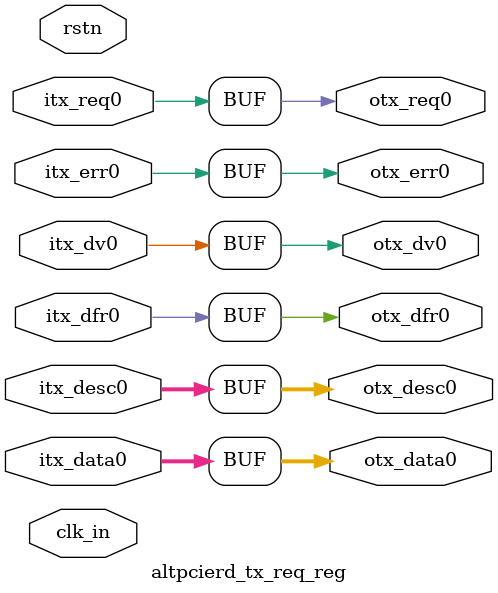
<source format=v>
`timescale 1ns / 1ps

// synthesis verilog_input_version verilog_2001
// turn off superfluous verilog processor warnings
// altera message_level Level1
// altera message_off 10034 10035 10036 10037 10230 10240 10030

//-----------------------------------------------------------------------------
// Title         : PCI Express Reference Design Example Application
// Project       : PCI Express MegaCore function
//-----------------------------------------------------------------------------
// File          : altpcierd_example_app_chaining.v
// Author        : Altera Corporation
//-----------------------------------------------------------------------------
// Copyright (c) 2008 Altera Corporation. All rights reserved.  Altera products are
// protected under numerous U.S. and foreign patents, maskwork rights, copyrights and
// other intellectual property laws.
//
// This reference design file, and your use thereof, is subject to and governed by
// the terms and conditions of the applicable Altera Reference Design License Agreement.
// By using this reference design file, you indicate your acceptance of such terms and
// conditions between you and Altera Corporation.  In the event that you do not agree with
// such terms and conditions, you may not use the reference design file. Please promptly
// destroy any copies you have made.
//
// This reference design file being provided on an "as-is" basis and as an accommodation
// and therefore all warranties, representations or guarantees of any kind
// (whether express, implied or statutory) including, without limitation, warranties of
// merchantability, non-infringement, or fitness for a particular purpose, are
// specifically disclaimed.  By making this reference design file available, Altera
// expressly does not recommend, suggest or require that this reference design file be
// used in combination with any other product not provided by Altera.
//-----------------------------------------------------------------------------
// Parameters
//
// AVALON_WDATA    : Width of the data port of the on chip Avalon memory
// AVALON_WADDR    : Width of the address port of the on chip Avalon memory
// MAX_NUMTAG      : Indicates the maximum number of PCIe tags
// BOARD_DEMO      : Indicates to the software application which board is being
//                   used
//                    0 - Altera Stratix II GX  x1
//                    1 - Altera Stratix II GX  x4
//                    2 - Altera Stratix II GX  x8
//                    3 - Cyclone II            x1
//                    4 - Arria GX              x1
//                    5 - Arria GX              x4
//                    6 - Custom PHY            x1
//                    7 - Custom PHY            x4
// USE_RCSLAVE     : When USE_RCSLAVE is set an additional module (~1000 LE)
//                   is added to the design to provide instrumentation to the
//                   PCI Express Chained DMA design such as Performance
//                   counter, debug register and EP memory Write a Read by
//                   bypassing the DMA engine.
// TXCRED_WIDTH    : Width of the PCIe tx_cred back bus
// TL_SELECTION    : Interface type
//                    0 : Descriptor data interface (in use with ICM)
//                    6 : Avalon-ST interface
// MAX_PAYLOAD_SIZE_BYTE : Indicates the Maxpayload parameter specified in the
//                         PCIe MegaWizzard
//
module altpcierd_example_app_chaining #(
   parameter AVALON_WADDR          = 12,
   parameter AVALON_WDATA          = 128,
   parameter MAX_NUMTAG            = 64,
   parameter MAX_PAYLOAD_SIZE_BYTE = 512,
   parameter BOARD_DEMO            = 1,
   parameter TL_SELECTION          = 0,
   parameter CLK_250_APP           = 0,// When 1 indicate application clock rate is 250MHz instead of 125 MHz
   parameter ECRC_FORWARD_CHECK    = 0,
   parameter ECRC_FORWARD_GENER    = 0,
   parameter CHECK_RX_BUFFER_CPL   = 0,
   parameter CHECK_BUS_MASTER_ENA  = 0,
   parameter AVALON_ST_128         = (TL_SELECTION == 7) ? 1 : 0 ,
   parameter INTENDED_DEVICE_FAMILY = "Cyclone IV GX",
   parameter RC_64BITS_ADDR        = 0,  // When 1 RC Capable of 64 bit address --> 4DW header rx_desc/tx_desc address instead of 3DW
   parameter USE_CREDIT_CTRL       = 0,
   parameter USE_MSI               = 1,  // When 1, tx_arbitration uses tx_cred
   parameter USE_DMAWRITE          = 1,
   parameter USE_DMAREAD           = 1,
   parameter USE_RCSLAVE           = 0, // Deprecated
   parameter TXCRED_WIDTH          = 22,
					parameter PORT_NUM = 0
   )(

   // Avalon streaming interface Transmit Data
   // Desc/Data Interface + Avalon ST Interface
   input        tx_stream_ready0,  //reg
   output[74:0] tx_stream_data0_0,
   output[74:0] tx_stream_data0_1,
   output       tx_stream_valid0,
   input        tx_stream_fifo_empty0,

   // Avalon streaming interface Receive Data
   // Desc/Data Interface + Avalon ST Interface
   input[81:0]  rx_stream_data0_0, //reg
   input[81:0]  rx_stream_data0_1, //reg
   input        rx_stream_valid0,  //reg
   output       rx_stream_ready0,
   output       rx_stream_mask0,

   // MSI Interrupt
   // Desc/Data Interface only
   input        msi_stream_ready0,
   output[7:0]  msi_stream_data0,
   output       msi_stream_valid0,

   // MSI Interrupt
   // Avalon ST Interface only
   output[4:0]   aer_msi_num,
   output[4:0]   pex_msi_num,
   output        app_msi_req,
   input         app_msi_ack, //reg
   output[2:0]   app_msi_tc,
   output[4:0]   app_msi_num,

   // Legacy Interrupt
   output        app_int_sts,
   input         app_int_ack,

   // Side band static signals
   // Desc/Data Interface only
   input         tx_stream_mask0,

   // Side band static signals
   // Desc/Data Interface + Avalon ST Interface
   input [TXCRED_WIDTH-1:0] tx_stream_cred0,

   // Configuration info signals
   // Desc/Data Interface + Avalon ST Interface
   input[12:0] cfg_busdev,  // Bus device number captured by the core
   input[31:0] cfg_devcsr,  // Configuration dev control status register of
                            // PCIe capability structure (address 0x88)
   input[31:0] cfg_prmcsr,  // Control and status of the PCI configuration space (address 0x4)
   input[23:0] cfg_tcvcmap,
   input[31:0] cfg_linkcsr,
   input[15:0] cfg_msicsr,
   output      cpl_pending,
   output[6:0] cpl_err,
   output[127:0] err_desc,

   input[19:0] ko_cpl_spc_vc0,

   // Unused signals
   output[9:0] pm_data,
   input test_sim,

   input clk_in  ,
   input rstn

   );


   // Receive section channel 0
   wire        open_rx_retry0;
   wire        open_rx_mask0 ;
   wire[7:0]   open_rx_be0   ;

   wire        rx_ack0  ;
   wire        rx_ws0   ;
   wire        rx_req0  ;
   wire[135:0] rx_desc0 ;
   wire[127:0] rx_data0 ;
   wire[15:0]  rx_be0   ;
   wire        rx_dv0   ;
   wire        rx_dfr0  ;
   wire [15:0] rx_ecrc_bad_cnt;

   //transmit section channel 0
   wire        tx_req0 ;
   wire        tx_mask0;
   wire        tx_ack0 ;
   wire[127:0] tx_desc0;
   wire        tx_ws0  ;
   wire        tx_err0 ;
   wire        tx_dv0  ;
   wire        tx_dfr0 ;
   wire[127:0] tx_data0;

   wire        app_msi_req_int;
   wire[2:0]   app_msi_tc_int ;
   wire[4:0]   app_msi_num_int;
   wire        app_msi_ack_int;
   reg         app_msi_ack_reg;

   reg tx_stream_ready0_reg;

   reg[81:0]  rx_stream_data0_0_reg;
   reg[81:0]  rx_stream_data0_1_reg;
   reg        rx_stream_valid0_reg ;

   reg[81:0]  rx_stream_data0_0_reg2;
   reg[81:0]  rx_stream_data0_1_reg2;
   reg        rx_stream_valid0_reg2 ;


   reg        app_msi_req_synced;
   reg[3:0]   tx_fifo_empty_timer;
   wire       tx_local_fifo_empty;
   reg        app_msi_req_synced_n;
   reg[3:0]   tx_fifo_empty_timer_n;
   reg[3:0]   msi_req_state;
   reg[3:0]   msi_req_state_n;


   always @(posedge clk_in) begin
      tx_stream_ready0_reg  <= tx_stream_ready0 ;
      rx_stream_data0_0_reg2 <= rx_stream_data0_0;
      rx_stream_data0_1_reg2 <= rx_stream_data0_1;
      rx_stream_valid0_reg2  <= rx_stream_valid0 ;
   end

   always @(posedge clk_in) begin
      rx_stream_data0_0_reg <= rx_stream_data0_0_reg2;
      rx_stream_data0_1_reg <= rx_stream_data0_1_reg2;
      rx_stream_valid0_reg  <= rx_stream_valid0_reg2 ;
   end

   //------------------------------------------------------------
   //    MSI Streaming Interface
   //       - generates streaming interface signals
   //------------------------------------------------------------
   wire        app_msi_ack_dd;

   reg srst;

   always @(posedge clk_in or negedge rstn) begin
      if (rstn==0)
         srst <= 1'b1;
      else
         srst <=1'b0;
   end

   //------------------------------------------------------------
   //    RX buffer cpld credit tracking
   //------------------------------------------------------------
   wire cpld_rx_buffer_ready;
   wire [15:0] rx_buffer_cpl_max_dw;

   altpcierd_cpld_rx_buffer #(
               .CHECK_RX_BUFFER_CPL(CHECK_RX_BUFFER_CPL),
               .MAX_NUMTAG(MAX_NUMTAG)
               )
            altpcierd_cpld_rx_buffer_i (
            .clk_in     (clk_in),
            .srst       (srst),

            .rx_req0    (rx_req0),
            .rx_ack0    (rx_ack0),
            .rx_desc0   (rx_desc0),

            .tx_req0    (tx_req0),
            .tx_ack0    (tx_ack0),
            .tx_desc0   (tx_desc0),

            .ko_cpl_spc_vc0      (ko_cpl_spc_vc0),
            .rx_buffer_cpl_max_dw(rx_buffer_cpl_max_dw),
            .cpld_rx_buffer_ready(cpld_rx_buffer_ready)
   );

   altpcierd_cdma_ast_msi altpcierd_cdma_ast_msi_i (
            .clk_in(clk_in),
            .rstn(rstn),  //TODO Use srst
            .app_msi_req(app_msi_req_int),
            .app_msi_ack(app_msi_ack_dd),
            .app_msi_tc(app_msi_tc_int),
            .app_msi_num(app_msi_num_int),
            .stream_ready(msi_stream_ready0),
            .stream_data(msi_stream_data0),
            .stream_valid(msi_stream_valid0));

   generate begin : HIPCAP_64
      if ((AVALON_ST_128==0) & (TL_SELECTION == 6)) begin

   //------------------------------------------------------------
   //    TX Streaming Interface
   //       - generates streaming interface signals
   //       - arbitrates between master and slave requests
   //------------------------------------------------------------

      wire [132:0] txdata;
      assign tx_stream_data0_0[74]   = txdata[132];//err
      assign tx_stream_data0_0[73]   = txdata[131];//sop
      assign tx_stream_data0_0[72]   = txdata[128];//eop
      assign tx_stream_data0_0[71:64] = 0;

      assign tx_stream_data0_1[74]    = txdata[132];
      assign tx_stream_data0_1[73]    = txdata[131];
      assign tx_stream_data0_1[72]    = txdata[128];
      assign tx_stream_data0_1[71:64] = 0;

      assign tx_stream_data0_0[63:0] = {txdata[95:64], txdata[127:96]};
      assign tx_stream_data0_1[63:0] = {txdata[95:64], txdata[127:96]};


      wire         otx_req0 ;
      wire [127:0] otx_desc0;
      wire         otx_err0 ;
      wire         otx_dv0  ;
      wire         otx_dfr0 ;
      wire [127:0] otx_data0;

      altpcierd_tx_req_reg  #(
         .TX_PIPE_REQ(0)
            ) altpcierd_tx_req128_reg  (
               .clk_in   (clk_in   ),
               .rstn     (rstn     ),
               .itx_req0 (tx_req0  ),
               .itx_desc0(tx_desc0 ),
               .itx_err0 (tx_err0  ),
               .itx_dv0  (tx_dv0   ),
               .itx_dfr0 (tx_dfr0  ),
               .itx_data0(tx_data0 ),
               .otx_req0 (otx_req0 ),
               .otx_desc0(otx_desc0),
               .otx_err0 (otx_err0 ),
               .otx_dv0  (otx_dv0  ),
               .otx_dfr0 (otx_dfr0 ),
               .otx_data0(otx_data0)
         );

      altpcierd_cdma_ast_tx_64
       #(    .TX_PIPE_REQ(0),
             .INTENDED_DEVICE_FAMILY (INTENDED_DEVICE_FAMILY),
             .ECRC_FORWARD_GENER(ECRC_FORWARD_GENER)
             )
            altpcierd_cdma_ast_tx_i_64 (
               .clk_in(clk_in),
               .srst(srst),
               // Avalon-ST
               .txdata(txdata),
               .tx_stream_ready0(tx_stream_ready0_reg),
               .tx_stream_valid0(tx_stream_valid0),
               // Application iterface
               .tx_req0    (otx_req0),
               .tx_ack0    (tx_ack0),
               .tx_desc0   (otx_desc0),
               .tx_data0   (otx_data0),
               .tx_dfr0    (otx_dfr0),
               .tx_dv0     (otx_dv0),
               .tx_err0    (otx_err0),
               .tx_ws0     (tx_ws0),
               .tx_fifo_empty (tx_local_fifo_empty));

   //------------------------------------------------------------
   //    RX Streaming Interface
   //       - generates streaming interface signals
   //       - routes data to master/slave
   //------------------------------------------------------------
      wire [139:0] rxdata;
      wire [15:0]  rxdata_be;   // rx byte enables
      assign rxdata_be = {rx_stream_data0_0_reg[77:74], rx_stream_data0_0_reg[81:78],
                          rx_stream_data0_1_reg[77:74], rx_stream_data0_1_reg[81:78]};

      assign rxdata = {
         rx_stream_data0_0_reg[73],    //rx_sop0 [139]
         rx_stream_data0_0_reg[72],    //rx_eop0 [138]
         rx_stream_data0_1_reg[73],    //rx_eop1 [137]
         rx_stream_data0_1_reg[72],    //rx_eop1 [136]
         rx_stream_data0_0_reg[71:64], //bar     [135:128]          |  Aligned | Un-aligned 3 DW | UN-aligned 4 DW
         rx_stream_data0_0_reg[31:0],   // rx_desc[127:96]  aka H0  |   D0     |  -  -> D1       |     -> D3
         rx_stream_data0_0_reg[63:32],  // rx_desc[95:64 ]  aka H1  |   D1     |  -  -> D2       |  D0 -> D4
         rx_stream_data0_1_reg[31:0],   // rx_desc[63:32 ]  aka H2  |   D2     |  -  -> D3       |  D1 -> D5
         rx_stream_data0_1_reg[63:32]}; // rx_desc[31:0  ]  aka H4  |   D3     |  D0 -> D4       |  D2 -> D6
      altpcierd_cdma_ast_rx_64
       #( .INTENDED_DEVICE_FAMILY (INTENDED_DEVICE_FAMILY),
          .ECRC_FORWARD_CHECK(ECRC_FORWARD_CHECK))
         altpcierd_cdma_ast_rx_i_64 (
               .clk_in(clk_in),
               .srst(srst),

               .rx_stream_ready0(rx_stream_ready0),
               .rx_stream_valid0(rx_stream_valid0_reg),
               .rxdata     (rxdata),
               .rxdata_be  (rxdata_be),

               .rx_req0    (rx_req0),
               .rx_ack0    (rx_ack0),
               .rx_data0   (rx_data0),
               .rx_be0     (rx_be0),
               .rx_desc0   (rx_desc0),
               .rx_dfr0    (rx_dfr0),
               .rx_dv0     (rx_dv0),
               .rx_ws0     (rx_ws0),
               .ecrc_bad_cnt(rx_ecrc_bad_cnt));
     end
   end
   endgenerate

   generate  begin : ICM
      if (TL_SELECTION == 0) begin

   //------------------------------------------------------------
   //    TX Streaming Interface
   //       - generates streaming interface signals
   //       - arbitrates between master and slave requests
   //------------------------------------------------------------
   // rx_req is generated one clk cycle ahead of
   // other control signals.
   // re-align here.
      altpcierd_cdma_ast_tx #(.TL_SELECTION(TL_SELECTION))
            altpcierd_cdma_ast_tx_i (
               .clk_in(clk_in),  //TODO Use srst
               .rstn(rstn),
               .tx_stream_data0(tx_stream_data0_0),
               .tx_stream_ready0(tx_stream_ready0),
               .tx_stream_valid0(tx_stream_valid0),

               .tx_req0    (tx_req0),
               .tx_ack0    (tx_ack0),
               .tx_desc0   (tx_desc0),
               .tx_data0   (tx_data0[63:0]),
               .tx_dfr0    (tx_dfr0),
               .tx_dv0     (tx_dv0),
               .tx_err0    (tx_err0),
               .tx_ws0     (tx_ws0));

   //------------------------------------------------------------
   //    RX Streaming Interface
   //       - generates streaming interface signals
   //       - routes data to master/slave
   //------------------------------------------------------------
      altpcierd_cdma_ast_rx  #(.TL_SELECTION(TL_SELECTION))
         altpcierd_cdma_ast_rx_i (
               .clk_in(clk_in),
               .rstn(rstn),  //TODO Use srst

               .rx_stream_ready0(rx_stream_ready0),
               .rx_stream_valid0(rx_stream_valid0),
               .rx_stream_data0(rx_stream_data0_0),

               .rx_req0    (rx_req0),
               .rx_ack0    (rx_ack0),
               .rx_data0   (rx_data0[63:0]),
               .rx_desc0   (rx_desc0),
               .rx_dfr0    (rx_dfr0),
               .rx_dv0     (rx_dv0),
               .rx_ws0     (rx_ws0),
               .rx_be0     (rx_be0),
               .ecrc_bad_cnt(rx_ecrc_bad_cnt));

      assign rx_data0[127:64] = 0;

      end
   end
   endgenerate

  generate begin : HIPCAB_128
      if (AVALON_ST_128==1) begin
   //------------------------------------------------------------
   //    TX Streaming Interface
   //       - generates streaming interface signals
   //       - arbitrates between master and slave requests
   //------------------------------------------------------------
   // rx_req is generated one clk cycle ahead of
   // other control signals.
   // re-align here.
      wire [132:0] txdata;

      wire         otx_req0 ;
      wire [127:0] otx_desc0;
      wire         otx_err0 ;
      wire         otx_dv0  ;
      wire         otx_dfr0 ;
      wire [127:0] otx_data0;

      assign tx_stream_data0_0[74]   = txdata[132];//err
      assign tx_stream_data0_0[73]   = txdata[131];//sop
      assign tx_stream_data0_0[72]   = txdata[130];//eop
      assign tx_stream_data0_0[71:64] = 0;

      assign tx_stream_data0_1[74]    = txdata[132];//err
      assign tx_stream_data0_1[73]    = txdata[129];//sop
      assign tx_stream_data0_1[72]    = txdata[128];//eop
      assign tx_stream_data0_1[71:64] = 0;

      assign tx_stream_data0_0[63:0] = {txdata[95:64], txdata[127:96]};
      assign tx_stream_data0_1[63:0] = {txdata[31:0] , txdata[63:32]};

      altpcierd_tx_req_reg  #(
         .TX_PIPE_REQ(CLK_250_APP)
            ) altpcierd_tx_req128_reg  (
               .clk_in   (clk_in   ),
               .rstn     (rstn     ),
               .itx_req0 (tx_req0  ),
               .itx_desc0(tx_desc0 ),
               .itx_err0 (tx_err0  ),
               .itx_dv0  (tx_dv0   ),
               .itx_dfr0 (tx_dfr0  ),
               .itx_data0(tx_data0 ),
               .otx_req0 (otx_req0 ),
               .otx_desc0(otx_desc0),
               .otx_err0 (otx_err0 ),
               .otx_dv0  (otx_dv0  ),
               .otx_dfr0 (otx_dfr0 ),
               .otx_data0(otx_data0)
         );

      altpcierd_cdma_ast_tx_128
       #(   .TX_PIPE_REQ(CLK_250_APP),
             .ECRC_FORWARD_GENER(ECRC_FORWARD_GENER))
            altpcierd_cdma_ast_tx_i_128 (
               .clk_in(clk_in),
               .rstn(rstn),
               // Avalon-ST
               .txdata(txdata),
               .tx_stream_ready0(tx_stream_ready0_reg),
               .tx_stream_valid0(tx_stream_valid0),
               // Application iterface
               .tx_req0    (otx_req0),
               .tx_ack0    (tx_ack0),
               .tx_desc0   (otx_desc0),
               .tx_data0   (otx_data0),
               .tx_dfr0    (otx_dfr0),
               .tx_dv0     (otx_dv0),
               .tx_err0    (otx_err0),
               .tx_ws0     (tx_ws0),
               .tx_fifo_empty (tx_local_fifo_empty));

   //------------------------------------------------------------
   //    RX Streaming Interface
   //       - generates streaming interface signals
   //       - routes data to master/slave
   //------------------------------------------------------------
      wire [139:0] rxdata;
      wire [15:0]  rxdata_be;   // rx byte enables
      assign rxdata_be = {rx_stream_data0_0_reg[77:74], rx_stream_data0_0_reg[81:78],
                          rx_stream_data0_1_reg[77:74], rx_stream_data0_1_reg[81:78]};  // swapped to keep consistent with DW swapping on data field
      assign rxdata = {
         rx_stream_data0_0_reg[73],    //rx_sop0 [139]
         rx_stream_data0_0_reg[72],    //rx_eop0 [138]
         rx_stream_data0_1_reg[73],    //rx_eop1 [137]
         rx_stream_data0_1_reg[72],    //rx_eop1 [136]
         rx_stream_data0_0_reg[71:64], //bar     [135:128]          |  Aligned | Un-aligned 3 DW | UN-aligned 4 DW
         rx_stream_data0_0_reg[31:0],   // rx_desc[127:96]  aka H0  |   D0     |  -  -> D1       |     -> D3
         rx_stream_data0_0_reg[63:32],  // rx_desc[95:64 ]  aka H1  |   D1     |  -  -> D2       |  D0 -> D4
         rx_stream_data0_1_reg[31:0],   // rx_desc[63:32 ]  aka H2  |   D2     |  -  -> D3       |  D1 -> D5
         rx_stream_data0_1_reg[63:32]}; // rx_desc[31:0  ]  aka H4  |   D3     |  D0 -> D4       |  D2 -> D6
      altpcierd_cdma_ast_rx_128
       #(.ECRC_FORWARD_CHECK(ECRC_FORWARD_CHECK))
         altpcierd_cdma_ast_rx_i_128 (
               .clk_in(clk_in),
               .rstn(rstn),

               .rx_stream_ready0(rx_stream_ready0),
               .rx_stream_valid0(rx_stream_valid0_reg),
               .rxdata(rxdata),
               .rxdata_be(rxdata_be),

               .rx_req0    (rx_req0),
               .rx_ack0    (rx_ack0),
               .rx_data0   (rx_data0),
               .rx_be0     (rx_be0),
               .rx_desc0   (rx_desc0),
               .rx_dfr0    (rx_dfr0),
               .rx_dv0     (rx_dv0),
               .rx_ws0     (rx_ws0),
               .ecrc_bad_cnt(rx_ecrc_bad_cnt));
      end
   end
   endgenerate
   //------------------------------------------------------------
   //    Chaining DMA application interface
   //------------------------------------------------------------
   // This parameter is specific to the implementation of the
   // Avalon streaming interface in the Chaining DMA design example.
   // It specifies the cdma_ast_rx's response time to an rx_ws assertion.
   // i.e. rx_data responds "CDMA_AST_RXWS_LATENCY" clock cycles after rx_ws asserts.

   localparam CDMA_AST_RXWS_LATENCY = (TL_SELECTION==0) ?  4 :  2;


   assign aer_msi_num = 0;
   assign pm_data     = 0;
   assign pex_msi_num = 0;

   assign app_msi_ack_int  = (USE_MSI==0)?0:(TL_SELECTION==0)?app_msi_ack_dd:app_msi_ack_reg;
   assign app_msi_req      = (USE_MSI==0)?0:(TL_SELECTION==0)?0:app_msi_req_synced;
   assign app_msi_tc       = (USE_MSI==0)?0:(TL_SELECTION==0)?0:app_msi_tc_int;
   assign app_msi_num      = (USE_MSI==0)?0:(TL_SELECTION==0)?0:app_msi_num_int;

   assign tx_mask0         = (TL_SELECTION==0)?tx_stream_mask0:1'b0;


   // states for msi_req_state
   parameter MSI_MON_IDLE         = 4'h0;
   parameter MSI_WAIT_LOCAL_EMPTY = 4'h1;
   parameter MSI_WAIT_LATENCY     = 4'h2;
   parameter MSI_WAIT_CORE_EMPTY  = 4'h3;
   parameter MSI_WAIT_CORE_ACK    = 4'h4;

   // this state machine synchronizes the app_msi_req
   // generation to the tx streaming datapath so that
   // it is issued only after the previously issued tx
   // data has been transferred to the core
   always @(posedge clk_in) begin
      if (srst==1'b1) begin
         app_msi_req_synced  <= 1'b0;
         tx_fifo_empty_timer <= 4'h0;
         msi_req_state       <= MSI_MON_IDLE;
         app_msi_ack_reg     <= 1'b0;
      end
      else begin
         app_msi_req_synced  <= app_msi_req_synced_n;
         tx_fifo_empty_timer <= tx_fifo_empty_timer_n;
         msi_req_state       <= (USE_MSI==0)?MSI_MON_IDLE:msi_req_state_n;
         app_msi_ack_reg     <= app_msi_ack;
      end
   end

   always @(*) begin
          // defaults
         app_msi_req_synced_n  = app_msi_req_synced;
         tx_fifo_empty_timer_n = tx_fifo_empty_timer;
         msi_req_state_n       = msi_req_state;

          case (msi_req_state)
              MSI_MON_IDLE: begin
                  app_msi_req_synced_n = 1'b0;
                  if (USE_MSI==0)
                      msi_req_state_n = MSI_MON_IDLE;
                  else if (app_msi_req_int==1'b1)
                      msi_req_state_n = MSI_WAIT_LOCAL_EMPTY;
                  else
                      msi_req_state_n = msi_req_state;
              end
              MSI_WAIT_LOCAL_EMPTY: begin
                  tx_fifo_empty_timer_n = 4'h0;
                  if (tx_local_fifo_empty==1'b1)
                      msi_req_state_n = MSI_WAIT_LATENCY;
                  else
                      msi_req_state_n = msi_req_state;
              end
              MSI_WAIT_LATENCY: begin
                  tx_fifo_empty_timer_n = tx_fifo_empty_timer + 1;
                  if (tx_fifo_empty_timer[3]==1'b1)
                      msi_req_state_n = MSI_WAIT_CORE_EMPTY;
                  else
                      msi_req_state_n = msi_req_state;
              end
              MSI_WAIT_CORE_EMPTY: begin
                  if (tx_stream_fifo_empty0==1'b1) begin
                      app_msi_req_synced_n = 1'b1;
                      msi_req_state_n      = MSI_WAIT_CORE_ACK;
                  end
                  else begin
                      app_msi_req_synced_n = app_msi_req_synced;
                      msi_req_state_n      = msi_req_state;
                  end
              end
              MSI_WAIT_CORE_ACK: begin
                  if (app_msi_ack_reg==1'b1) begin
                      msi_req_state_n      = MSI_MON_IDLE;
                      app_msi_req_synced_n = 1'b0;
                  end
                  else begin
                      msi_req_state_n      = msi_req_state;
                      app_msi_req_synced_n = app_msi_req_synced;
                  end
              end
              default: begin
                  app_msi_req_synced_n  = app_msi_req_synced;
                  msi_req_state_n       = msi_req_state;
                  tx_fifo_empty_timer_n = tx_fifo_empty_timer;
              end
          endcase
     end

      altpcierd_cdma_app_icm #(
            .AVALON_WADDR           (AVALON_WADDR),
            .AVALON_WDATA           (AVALON_WDATA),
            .MAX_NUMTAG             (MAX_NUMTAG),
            .MAX_PAYLOAD_SIZE_BYTE  (MAX_PAYLOAD_SIZE_BYTE),
            .BOARD_DEMO             (BOARD_DEMO),
            .USE_CREDIT_CTRL        (USE_CREDIT_CTRL),
            .USE_DMAWRITE           (USE_DMAWRITE),
            .USE_DMAREAD            (USE_DMAREAD ),
            .USE_MSI                (USE_MSI),
            .CHECK_BUS_MASTER_ENA   (CHECK_BUS_MASTER_ENA),
            .RC_64BITS_ADDR         (RC_64BITS_ADDR),
            .CLK_250_APP            (CLK_250_APP),
            .TL_SELECTION           (TL_SELECTION),
            .INTENDED_DEVICE_FAMILY (INTENDED_DEVICE_FAMILY),
            .AVALON_ST_128          (AVALON_ST_128),
            .TXCRED_WIDTH           (TXCRED_WIDTH),
            .CDMA_AST_RXWS_LATENCY  (CDMA_AST_RXWS_LATENCY),
			       .PORT_NUM (PORT_NUM)
         ) chaining_dma_arb (
            .app_msi_ack (app_msi_ack_int),
            .app_msi_req (app_msi_req_int),
            .app_msi_num (app_msi_num_int),
            .app_msi_tc  (app_msi_tc_int),

            .app_int_sts (app_int_sts),
            .app_int_ack (app_int_ack),

            .cfg_busdev  (cfg_busdev),
            .cfg_prmcsr  (cfg_prmcsr),
            .cfg_devcsr  (cfg_devcsr),
            .cfg_linkcsr (cfg_linkcsr),
            .cfg_tcvcmap (cfg_tcvcmap),
            .cfg_msicsr  (cfg_msicsr),

            .cpl_err                (cpl_err),
            .err_desc               (err_desc),
            .cpl_pending            (cpl_pending),
            .ko_cpl_spc_vc0         (ko_cpl_spc_vc0),
            .tx_mask0               (tx_mask0),
            .cpld_rx_buffer_ready   (cpld_rx_buffer_ready),
            .tx_cred0               (tx_stream_cred0),
            .tx_stream_ready0       (tx_stream_ready0),

            .clk_in (clk_in),
            .rstn (rstn),  //TODO Use srst

            .rx_req0    (rx_req0),
            .rx_ack0    (rx_ack0),
            .rx_data0   (rx_data0),
            .rx_be0     (rx_be0),
            .rx_desc0   (rx_desc0),
            .rx_dfr0    (rx_dfr0),
            .rx_dv0     (rx_dv0),
            .rx_ws0     (rx_ws0),
            .rx_mask0   (rx_stream_mask0),
            .rx_ecrc_bad_cnt(rx_ecrc_bad_cnt),

            .rx_buffer_cpl_max_dw(rx_buffer_cpl_max_dw),
            .tx_req0    (tx_req0),
            .tx_ack0    (tx_ack0),
            .tx_desc0   (tx_desc0),
            .tx_data0   (tx_data0),
            .tx_dfr0    (tx_dfr0),
            .tx_dv0     (tx_dv0),
            .tx_err0    (tx_err0),
            .tx_ws0     (tx_ws0));



endmodule


module altpcierd_tx_req_reg  #(
   parameter TX_PIPE_REQ=0
      )(
   input             clk_in,
   input             rstn,

   //transmit section channel 0
   input             itx_req0 ,
   input [127:0]     itx_desc0,
   input             itx_err0 ,
   input             itx_dv0  ,
   input             itx_dfr0 ,
   input[127:0]      itx_data0,


   output            otx_req0 ,
   output [127:0]    otx_desc0,
   output            otx_err0 ,
   output            otx_dv0  ,
   output            otx_dfr0 ,
   output [127:0]    otx_data0
   );

   generate begin
      if (TX_PIPE_REQ==0) begin : g_comb
         assign otx_req0  = itx_req0 ;
         assign otx_desc0 = itx_desc0;
         assign otx_err0  = itx_err0 ;
         assign otx_dv0   = itx_dv0  ;
         assign otx_dfr0  = itx_dfr0 ;
         assign otx_data0 = itx_data0;
      end
   end
   endgenerate

   generate begin
      if (TX_PIPE_REQ>0) begin : g_pipe
         reg            rtx_req0 ;
         reg [127:0]    rtx_desc0;
         reg            rtx_err0 ;
         reg            rtx_dv0  ;
         reg            rtx_dfr0 ;
         reg [127:0]    rtx_data0;

         assign otx_req0  = rtx_req0 ;
         assign otx_desc0 = rtx_desc0;
         assign otx_err0  = rtx_err0 ;
         assign otx_dv0   = rtx_dv0  ;
         assign otx_dfr0  = rtx_dfr0 ;
         assign otx_data0 = rtx_data0;

         always @ (negedge rstn or posedge clk_in) begin
            if (rstn==1'b0) begin
               rtx_req0  <= 0;
               rtx_desc0 <= 0;
               rtx_err0  <= 0;
               rtx_dv0   <= 0;
               rtx_dfr0  <= 0;
               rtx_data0 <= 0;
            end
            else begin
               rtx_req0  <= itx_req0 ;
               rtx_desc0 <= itx_desc0;
               rtx_err0  <= itx_err0 ;
               rtx_dv0   <= itx_dv0  ;
               rtx_dfr0  <= itx_dfr0 ;
               rtx_data0 <= itx_data0;
            end
         end
      end
   end
   endgenerate

endmodule

</source>
